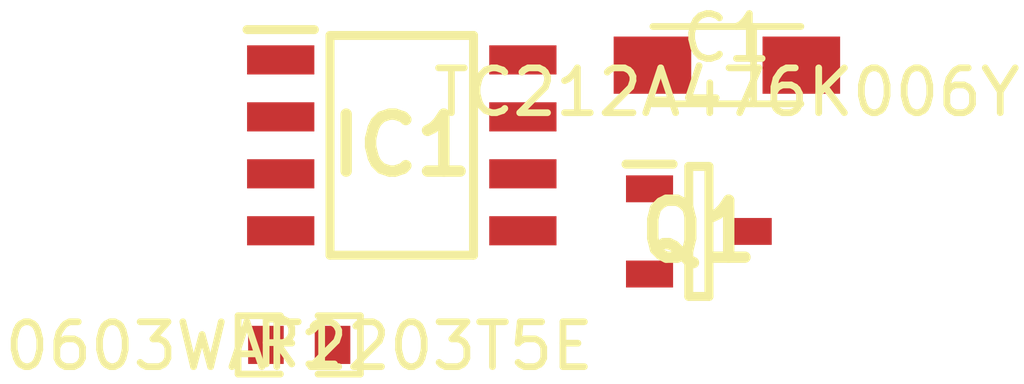
<source format=kicad_pcb>
(kicad_pcb (version 20211014) (generator pcbnew)
  (layers (0 "F.Cu" signal) (31 "B.Cu" signal) (34 "B.Paste" user) (35 "F.Paste" user) (36 "B.SilkS" user "B.Silkscreen") (37 "F.SilkS" user "F.Silkscreen") (38 "B.Mask" user) (39 "F.Mask" user) (44 "Edge.Cuts" user))
  (net 0 "")
  (footprint "test:PIC12F675-I_SN" (layer "F.Cu") (at 127.370088 70.3675)
    (fp_text reference "IC1" (at 0 0) (layer "F.SilkS") (effects (font (size 1.27 1.27) (thickness 0.254))))
    (fp_text value "PIC12F675-I_SN" hide)
    (fp_line (start 1.6 -2.45) (end 1.6 2.45) (layer "F.SilkS") (width 0.2))
    (fp_line (start -1.6 2.45) (end -1.6 -2.45) (layer "F.SilkS") (width 0.2))
    (fp_line (start -3.45 -2.58) (end -1.95 -2.58) (layer "F.SilkS") (width 0.2))
    (fp_line (start 1.6 2.45) (end -1.6 2.45) (layer "F.SilkS") (width 0.2))
    (fp_line (start -1.6 -2.45) (end 1.6 -2.45) (layer "F.SilkS") (width 0.2))
    (pad "1" smd rect locked (at -2.7 -1.905 90) (size 0.65 1.5) (layers "F.Cu" "F.Paste" "F.Mask"))
    (pad "2" smd rect locked (at -2.7 -0.635 90) (size 0.65 1.5) (layers "F.Cu" "F.Paste" "F.Mask"))
    (pad "3" smd rect locked (at -2.7 0.635 90) (size 0.65 1.5) (layers "F.Cu" "F.Paste" "F.Mask"))
    (pad "4" smd rect locked (at -2.7 1.905 90) (size 0.65 1.5) (layers "F.Cu" "F.Paste" "F.Mask"))
    (pad "5" smd rect locked (at 2.7 1.905 90) (size 0.65 1.5) (layers "F.Cu" "F.Paste" "F.Mask"))
    (pad "6" smd rect locked (at 2.7 0.635 90) (size 0.65 1.5) (layers "F.Cu" "F.Paste" "F.Mask"))
    (pad "7" smd rect locked (at 2.7 -0.635 90) (size 0.65 1.5) (layers "F.Cu" "F.Paste" "F.Mask"))
    (pad "8" smd rect locked (at 2.7 -1.905 90) (size 0.65 1.5) (layers "F.Cu" "F.Paste" "F.Mask"))
  )
  (footprint "test:0603WAF2203T5E" (layer "F.Cu") (at 125.083338 74.81775)
    (fp_text reference "R1" (at 0 -0.03) (layer "F.SilkS"))
    (fp_text value "0603WAF2203T5E" (at 0 0.03) (layer "F.SilkS"))
    (fp_line (start -1.36325 -0.65025) (end -0.4195 -0.65025) (layer "F.SilkS") (width 0.15))
    (fp_line (start 1.36325 -0.65025) (end 0.4195 -0.65025) (layer "F.SilkS") (width 0.15))
    (fp_line (start 1.36325 0.65025) (end 1.36325 -0.65025) (layer "F.SilkS") (width 0.15))
    (fp_line (start 0.4195 0.65025) (end 1.36325 0.65025) (layer "F.SilkS") (width 0.15))
    (fp_line (start -1.36325 0.65025) (end -1.36325 -0.65025) (layer "F.SilkS") (width 0.15))
    (fp_line (start -0.4195 0.65025) (end -1.36325 0.65025) (layer "F.SilkS") (width 0.15))
    (pad "1" smd rect locked (at -0.7425 0) (size 0.793775 0.8504) (layers "F.Cu" "F.Paste" "F.Mask"))
    (pad "2" smd rect locked (at 0.7425 0) (size 0.793775 0.8504) (layers "F.Cu" "F.Paste" "F.Mask"))
  )
  (footprint "test:TC212A476K006Y" (layer "F.Cu") (at 134.62 68.58)
    (fp_text reference "C1" (at 0 -0.605) (layer "F.SilkS"))
    (fp_text value "TC212A476K006Y" (at 0 0.605) (layer "F.SilkS"))
    (fp_line (start -1.64975 -0.8625) (end 1.64975 -0.8625) (layer "F.SilkS") (width 0.15))
    (fp_line (start 0.59475 -0.8625) (end 0.59475 0.8625) (layer "F.SilkS") (width 0.15))
    (fp_line (start -1.64975 0.8625) (end 1.64975 0.8625) (layer "F.SilkS") (width 0.15))
    (pad "1" smd rect locked (at 1.66 0) (size 1.729825 1.2756) (layers "F.Cu" "F.Paste" "F.Mask"))
    (pad "2" smd rect locked (at -1.66 0) (size 1.729825 1.2756) (layers "F.Cu" "F.Paste" "F.Mask"))
  )
  (footprint "test:BSR16,215" (layer "F.Cu") (at 133.995088 72.2875)
    (fp_text reference "Q1" (at 0 0) (layer "F.SilkS") (effects (font (size 1.27 1.27) (thickness 0.254))))
    (fp_text value "BSR16,215" hide)
    (fp_line (start -0.225 -1.45) (end 0.225 -1.45) (layer "F.SilkS") (width 0.2))
    (fp_line (start -0.225 1.45) (end -0.225 -1.45) (layer "F.SilkS") (width 0.2))
    (fp_line (start 0.225 -1.45) (end 0.225 1.45) (layer "F.SilkS") (width 0.2))
    (fp_line (start -1.625 -1.5) (end -0.575 -1.5) (layer "F.SilkS") (width 0.2))
    (fp_line (start 0.225 1.45) (end -0.225 1.45) (layer "F.SilkS") (width 0.2))
    (pad "1" smd rect locked (at -1.1 -0.95 90) (size 0.6 1.05) (layers "F.Cu" "F.Paste" "F.Mask"))
    (pad "2" smd rect locked (at -1.1 0.95 90) (size 0.6 1.05) (layers "F.Cu" "F.Paste" "F.Mask"))
    (pad "3" smd rect locked (at 1.1 0 90) (size 0.6 1.05) (layers "F.Cu" "F.Paste" "F.Mask"))
  )
)
</source>
